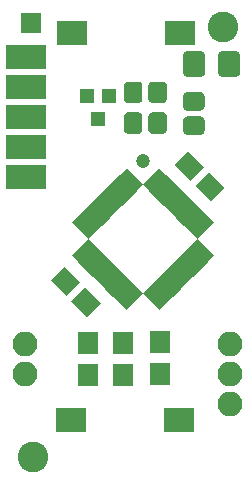
<source format=gts>
G04 #@! TF.GenerationSoftware,KiCad,Pcbnew,(5.1.2)-2*
G04 #@! TF.CreationDate,2019-11-24T13:14:51+01:00*
G04 #@! TF.ProjectId,HM-LC-SW1-BA-PCB_mini_MAX1724,484d2d4c-432d-4535-9731-2d42412d5043,rev?*
G04 #@! TF.SameCoordinates,Original*
G04 #@! TF.FileFunction,Soldermask,Top*
G04 #@! TF.FilePolarity,Negative*
%FSLAX46Y46*%
G04 Gerber Fmt 4.6, Leading zero omitted, Abs format (unit mm)*
G04 Created by KiCad (PCBNEW (5.1.2)-2) date 2019-11-24 13:14:51*
%MOMM*%
%LPD*%
G04 APERTURE LIST*
%ADD10O,2.100000X2.100000*%
%ADD11C,1.200000*%
%ADD12C,0.100000*%
%ADD13C,1.550000*%
%ADD14R,1.200000X1.300000*%
%ADD15C,1.825000*%
%ADD16R,3.400000X2.100000*%
%ADD17C,0.950000*%
%ADD18R,2.580000X2.000000*%
%ADD19C,1.650000*%
%ADD20R,1.700000X1.900000*%
%ADD21C,2.600000*%
%ADD22R,1.750000X1.750000*%
G04 APERTURE END LIST*
D10*
X188658500Y-118681500D03*
X188658500Y-116141500D03*
X188658500Y-113601500D03*
D11*
X181300000Y-98100000D03*
D10*
X171300000Y-116140000D03*
X171300000Y-113600000D03*
D12*
G36*
X180946071Y-91401623D02*
G01*
X180978781Y-91406475D01*
X181010857Y-91414509D01*
X181041991Y-91425649D01*
X181071884Y-91439787D01*
X181100247Y-91456787D01*
X181126807Y-91476485D01*
X181151308Y-91498692D01*
X181173515Y-91523193D01*
X181193213Y-91549753D01*
X181210213Y-91578116D01*
X181224351Y-91608009D01*
X181235491Y-91639143D01*
X181243525Y-91671219D01*
X181248377Y-91703929D01*
X181250000Y-91736956D01*
X181250000Y-92863044D01*
X181248377Y-92896071D01*
X181243525Y-92928781D01*
X181235491Y-92960857D01*
X181224351Y-92991991D01*
X181210213Y-93021884D01*
X181193213Y-93050247D01*
X181173515Y-93076807D01*
X181151308Y-93101308D01*
X181126807Y-93123515D01*
X181100247Y-93143213D01*
X181071884Y-93160213D01*
X181041991Y-93174351D01*
X181010857Y-93185491D01*
X180978781Y-93193525D01*
X180946071Y-93198377D01*
X180913044Y-93200000D01*
X180036956Y-93200000D01*
X180003929Y-93198377D01*
X179971219Y-93193525D01*
X179939143Y-93185491D01*
X179908009Y-93174351D01*
X179878116Y-93160213D01*
X179849753Y-93143213D01*
X179823193Y-93123515D01*
X179798692Y-93101308D01*
X179776485Y-93076807D01*
X179756787Y-93050247D01*
X179739787Y-93021884D01*
X179725649Y-92991991D01*
X179714509Y-92960857D01*
X179706475Y-92928781D01*
X179701623Y-92896071D01*
X179700000Y-92863044D01*
X179700000Y-91736956D01*
X179701623Y-91703929D01*
X179706475Y-91671219D01*
X179714509Y-91639143D01*
X179725649Y-91608009D01*
X179739787Y-91578116D01*
X179756787Y-91549753D01*
X179776485Y-91523193D01*
X179798692Y-91498692D01*
X179823193Y-91476485D01*
X179849753Y-91456787D01*
X179878116Y-91439787D01*
X179908009Y-91425649D01*
X179939143Y-91414509D01*
X179971219Y-91406475D01*
X180003929Y-91401623D01*
X180036956Y-91400000D01*
X180913044Y-91400000D01*
X180946071Y-91401623D01*
X180946071Y-91401623D01*
G37*
D13*
X180475000Y-92300000D03*
D12*
G36*
X182996071Y-91401623D02*
G01*
X183028781Y-91406475D01*
X183060857Y-91414509D01*
X183091991Y-91425649D01*
X183121884Y-91439787D01*
X183150247Y-91456787D01*
X183176807Y-91476485D01*
X183201308Y-91498692D01*
X183223515Y-91523193D01*
X183243213Y-91549753D01*
X183260213Y-91578116D01*
X183274351Y-91608009D01*
X183285491Y-91639143D01*
X183293525Y-91671219D01*
X183298377Y-91703929D01*
X183300000Y-91736956D01*
X183300000Y-92863044D01*
X183298377Y-92896071D01*
X183293525Y-92928781D01*
X183285491Y-92960857D01*
X183274351Y-92991991D01*
X183260213Y-93021884D01*
X183243213Y-93050247D01*
X183223515Y-93076807D01*
X183201308Y-93101308D01*
X183176807Y-93123515D01*
X183150247Y-93143213D01*
X183121884Y-93160213D01*
X183091991Y-93174351D01*
X183060857Y-93185491D01*
X183028781Y-93193525D01*
X182996071Y-93198377D01*
X182963044Y-93200000D01*
X182086956Y-93200000D01*
X182053929Y-93198377D01*
X182021219Y-93193525D01*
X181989143Y-93185491D01*
X181958009Y-93174351D01*
X181928116Y-93160213D01*
X181899753Y-93143213D01*
X181873193Y-93123515D01*
X181848692Y-93101308D01*
X181826485Y-93076807D01*
X181806787Y-93050247D01*
X181789787Y-93021884D01*
X181775649Y-92991991D01*
X181764509Y-92960857D01*
X181756475Y-92928781D01*
X181751623Y-92896071D01*
X181750000Y-92863044D01*
X181750000Y-91736956D01*
X181751623Y-91703929D01*
X181756475Y-91671219D01*
X181764509Y-91639143D01*
X181775649Y-91608009D01*
X181789787Y-91578116D01*
X181806787Y-91549753D01*
X181826485Y-91523193D01*
X181848692Y-91498692D01*
X181873193Y-91476485D01*
X181899753Y-91456787D01*
X181928116Y-91439787D01*
X181958009Y-91425649D01*
X181989143Y-91414509D01*
X182021219Y-91406475D01*
X182053929Y-91401623D01*
X182086956Y-91400000D01*
X182963044Y-91400000D01*
X182996071Y-91401623D01*
X182996071Y-91401623D01*
G37*
D13*
X182525000Y-92300000D03*
D12*
G36*
X182996071Y-94001623D02*
G01*
X183028781Y-94006475D01*
X183060857Y-94014509D01*
X183091991Y-94025649D01*
X183121884Y-94039787D01*
X183150247Y-94056787D01*
X183176807Y-94076485D01*
X183201308Y-94098692D01*
X183223515Y-94123193D01*
X183243213Y-94149753D01*
X183260213Y-94178116D01*
X183274351Y-94208009D01*
X183285491Y-94239143D01*
X183293525Y-94271219D01*
X183298377Y-94303929D01*
X183300000Y-94336956D01*
X183300000Y-95463044D01*
X183298377Y-95496071D01*
X183293525Y-95528781D01*
X183285491Y-95560857D01*
X183274351Y-95591991D01*
X183260213Y-95621884D01*
X183243213Y-95650247D01*
X183223515Y-95676807D01*
X183201308Y-95701308D01*
X183176807Y-95723515D01*
X183150247Y-95743213D01*
X183121884Y-95760213D01*
X183091991Y-95774351D01*
X183060857Y-95785491D01*
X183028781Y-95793525D01*
X182996071Y-95798377D01*
X182963044Y-95800000D01*
X182086956Y-95800000D01*
X182053929Y-95798377D01*
X182021219Y-95793525D01*
X181989143Y-95785491D01*
X181958009Y-95774351D01*
X181928116Y-95760213D01*
X181899753Y-95743213D01*
X181873193Y-95723515D01*
X181848692Y-95701308D01*
X181826485Y-95676807D01*
X181806787Y-95650247D01*
X181789787Y-95621884D01*
X181775649Y-95591991D01*
X181764509Y-95560857D01*
X181756475Y-95528781D01*
X181751623Y-95496071D01*
X181750000Y-95463044D01*
X181750000Y-94336956D01*
X181751623Y-94303929D01*
X181756475Y-94271219D01*
X181764509Y-94239143D01*
X181775649Y-94208009D01*
X181789787Y-94178116D01*
X181806787Y-94149753D01*
X181826485Y-94123193D01*
X181848692Y-94098692D01*
X181873193Y-94076485D01*
X181899753Y-94056787D01*
X181928116Y-94039787D01*
X181958009Y-94025649D01*
X181989143Y-94014509D01*
X182021219Y-94006475D01*
X182053929Y-94001623D01*
X182086956Y-94000000D01*
X182963044Y-94000000D01*
X182996071Y-94001623D01*
X182996071Y-94001623D01*
G37*
D13*
X182525000Y-94900000D03*
D12*
G36*
X180946071Y-94001623D02*
G01*
X180978781Y-94006475D01*
X181010857Y-94014509D01*
X181041991Y-94025649D01*
X181071884Y-94039787D01*
X181100247Y-94056787D01*
X181126807Y-94076485D01*
X181151308Y-94098692D01*
X181173515Y-94123193D01*
X181193213Y-94149753D01*
X181210213Y-94178116D01*
X181224351Y-94208009D01*
X181235491Y-94239143D01*
X181243525Y-94271219D01*
X181248377Y-94303929D01*
X181250000Y-94336956D01*
X181250000Y-95463044D01*
X181248377Y-95496071D01*
X181243525Y-95528781D01*
X181235491Y-95560857D01*
X181224351Y-95591991D01*
X181210213Y-95621884D01*
X181193213Y-95650247D01*
X181173515Y-95676807D01*
X181151308Y-95701308D01*
X181126807Y-95723515D01*
X181100247Y-95743213D01*
X181071884Y-95760213D01*
X181041991Y-95774351D01*
X181010857Y-95785491D01*
X180978781Y-95793525D01*
X180946071Y-95798377D01*
X180913044Y-95800000D01*
X180036956Y-95800000D01*
X180003929Y-95798377D01*
X179971219Y-95793525D01*
X179939143Y-95785491D01*
X179908009Y-95774351D01*
X179878116Y-95760213D01*
X179849753Y-95743213D01*
X179823193Y-95723515D01*
X179798692Y-95701308D01*
X179776485Y-95676807D01*
X179756787Y-95650247D01*
X179739787Y-95621884D01*
X179725649Y-95591991D01*
X179714509Y-95560857D01*
X179706475Y-95528781D01*
X179701623Y-95496071D01*
X179700000Y-95463044D01*
X179700000Y-94336956D01*
X179701623Y-94303929D01*
X179706475Y-94271219D01*
X179714509Y-94239143D01*
X179725649Y-94208009D01*
X179739787Y-94178116D01*
X179756787Y-94149753D01*
X179776485Y-94123193D01*
X179798692Y-94098692D01*
X179823193Y-94076485D01*
X179849753Y-94056787D01*
X179878116Y-94039787D01*
X179908009Y-94025649D01*
X179939143Y-94014509D01*
X179971219Y-94006475D01*
X180003929Y-94001623D01*
X180036956Y-94000000D01*
X180913044Y-94000000D01*
X180946071Y-94001623D01*
X180946071Y-94001623D01*
G37*
D13*
X180475000Y-94900000D03*
D14*
X177500000Y-94600000D03*
X176550000Y-92600000D03*
X178450000Y-92600000D03*
D12*
G36*
X186196071Y-94351623D02*
G01*
X186228781Y-94356475D01*
X186260857Y-94364509D01*
X186291991Y-94375649D01*
X186321884Y-94389787D01*
X186350247Y-94406787D01*
X186376807Y-94426485D01*
X186401308Y-94448692D01*
X186423515Y-94473193D01*
X186443213Y-94499753D01*
X186460213Y-94528116D01*
X186474351Y-94558009D01*
X186485491Y-94589143D01*
X186493525Y-94621219D01*
X186498377Y-94653929D01*
X186500000Y-94686956D01*
X186500000Y-95563044D01*
X186498377Y-95596071D01*
X186493525Y-95628781D01*
X186485491Y-95660857D01*
X186474351Y-95691991D01*
X186460213Y-95721884D01*
X186443213Y-95750247D01*
X186423515Y-95776807D01*
X186401308Y-95801308D01*
X186376807Y-95823515D01*
X186350247Y-95843213D01*
X186321884Y-95860213D01*
X186291991Y-95874351D01*
X186260857Y-95885491D01*
X186228781Y-95893525D01*
X186196071Y-95898377D01*
X186163044Y-95900000D01*
X185036956Y-95900000D01*
X185003929Y-95898377D01*
X184971219Y-95893525D01*
X184939143Y-95885491D01*
X184908009Y-95874351D01*
X184878116Y-95860213D01*
X184849753Y-95843213D01*
X184823193Y-95823515D01*
X184798692Y-95801308D01*
X184776485Y-95776807D01*
X184756787Y-95750247D01*
X184739787Y-95721884D01*
X184725649Y-95691991D01*
X184714509Y-95660857D01*
X184706475Y-95628781D01*
X184701623Y-95596071D01*
X184700000Y-95563044D01*
X184700000Y-94686956D01*
X184701623Y-94653929D01*
X184706475Y-94621219D01*
X184714509Y-94589143D01*
X184725649Y-94558009D01*
X184739787Y-94528116D01*
X184756787Y-94499753D01*
X184776485Y-94473193D01*
X184798692Y-94448692D01*
X184823193Y-94426485D01*
X184849753Y-94406787D01*
X184878116Y-94389787D01*
X184908009Y-94375649D01*
X184939143Y-94364509D01*
X184971219Y-94356475D01*
X185003929Y-94351623D01*
X185036956Y-94350000D01*
X186163044Y-94350000D01*
X186196071Y-94351623D01*
X186196071Y-94351623D01*
G37*
D13*
X185600000Y-95125000D03*
D12*
G36*
X186196071Y-92301623D02*
G01*
X186228781Y-92306475D01*
X186260857Y-92314509D01*
X186291991Y-92325649D01*
X186321884Y-92339787D01*
X186350247Y-92356787D01*
X186376807Y-92376485D01*
X186401308Y-92398692D01*
X186423515Y-92423193D01*
X186443213Y-92449753D01*
X186460213Y-92478116D01*
X186474351Y-92508009D01*
X186485491Y-92539143D01*
X186493525Y-92571219D01*
X186498377Y-92603929D01*
X186500000Y-92636956D01*
X186500000Y-93513044D01*
X186498377Y-93546071D01*
X186493525Y-93578781D01*
X186485491Y-93610857D01*
X186474351Y-93641991D01*
X186460213Y-93671884D01*
X186443213Y-93700247D01*
X186423515Y-93726807D01*
X186401308Y-93751308D01*
X186376807Y-93773515D01*
X186350247Y-93793213D01*
X186321884Y-93810213D01*
X186291991Y-93824351D01*
X186260857Y-93835491D01*
X186228781Y-93843525D01*
X186196071Y-93848377D01*
X186163044Y-93850000D01*
X185036956Y-93850000D01*
X185003929Y-93848377D01*
X184971219Y-93843525D01*
X184939143Y-93835491D01*
X184908009Y-93824351D01*
X184878116Y-93810213D01*
X184849753Y-93793213D01*
X184823193Y-93773515D01*
X184798692Y-93751308D01*
X184776485Y-93726807D01*
X184756787Y-93700247D01*
X184739787Y-93671884D01*
X184725649Y-93641991D01*
X184714509Y-93610857D01*
X184706475Y-93578781D01*
X184701623Y-93546071D01*
X184700000Y-93513044D01*
X184700000Y-92636956D01*
X184701623Y-92603929D01*
X184706475Y-92571219D01*
X184714509Y-92539143D01*
X184725649Y-92508009D01*
X184739787Y-92478116D01*
X184756787Y-92449753D01*
X184776485Y-92423193D01*
X184798692Y-92398692D01*
X184823193Y-92376485D01*
X184849753Y-92356787D01*
X184878116Y-92339787D01*
X184908009Y-92325649D01*
X184939143Y-92314509D01*
X184971219Y-92306475D01*
X185003929Y-92301623D01*
X185036956Y-92300000D01*
X186163044Y-92300000D01*
X186196071Y-92301623D01*
X186196071Y-92301623D01*
G37*
D13*
X185600000Y-93075000D03*
D12*
G36*
X186236207Y-88826542D02*
G01*
X186267287Y-88831152D01*
X186297766Y-88838787D01*
X186327350Y-88849372D01*
X186355754Y-88862806D01*
X186382704Y-88878959D01*
X186407942Y-88897677D01*
X186431223Y-88918777D01*
X186452323Y-88942058D01*
X186471041Y-88967296D01*
X186487194Y-88994246D01*
X186500628Y-89022650D01*
X186511213Y-89052234D01*
X186518848Y-89082713D01*
X186523458Y-89113793D01*
X186525000Y-89145176D01*
X186525000Y-90654824D01*
X186523458Y-90686207D01*
X186518848Y-90717287D01*
X186511213Y-90747766D01*
X186500628Y-90777350D01*
X186487194Y-90805754D01*
X186471041Y-90832704D01*
X186452323Y-90857942D01*
X186431223Y-90881223D01*
X186407942Y-90902323D01*
X186382704Y-90921041D01*
X186355754Y-90937194D01*
X186327350Y-90950628D01*
X186297766Y-90961213D01*
X186267287Y-90968848D01*
X186236207Y-90973458D01*
X186204824Y-90975000D01*
X185020176Y-90975000D01*
X184988793Y-90973458D01*
X184957713Y-90968848D01*
X184927234Y-90961213D01*
X184897650Y-90950628D01*
X184869246Y-90937194D01*
X184842296Y-90921041D01*
X184817058Y-90902323D01*
X184793777Y-90881223D01*
X184772677Y-90857942D01*
X184753959Y-90832704D01*
X184737806Y-90805754D01*
X184724372Y-90777350D01*
X184713787Y-90747766D01*
X184706152Y-90717287D01*
X184701542Y-90686207D01*
X184700000Y-90654824D01*
X184700000Y-89145176D01*
X184701542Y-89113793D01*
X184706152Y-89082713D01*
X184713787Y-89052234D01*
X184724372Y-89022650D01*
X184737806Y-88994246D01*
X184753959Y-88967296D01*
X184772677Y-88942058D01*
X184793777Y-88918777D01*
X184817058Y-88897677D01*
X184842296Y-88878959D01*
X184869246Y-88862806D01*
X184897650Y-88849372D01*
X184927234Y-88838787D01*
X184957713Y-88831152D01*
X184988793Y-88826542D01*
X185020176Y-88825000D01*
X186204824Y-88825000D01*
X186236207Y-88826542D01*
X186236207Y-88826542D01*
G37*
D15*
X185612500Y-89900000D03*
D12*
G36*
X189211207Y-88826542D02*
G01*
X189242287Y-88831152D01*
X189272766Y-88838787D01*
X189302350Y-88849372D01*
X189330754Y-88862806D01*
X189357704Y-88878959D01*
X189382942Y-88897677D01*
X189406223Y-88918777D01*
X189427323Y-88942058D01*
X189446041Y-88967296D01*
X189462194Y-88994246D01*
X189475628Y-89022650D01*
X189486213Y-89052234D01*
X189493848Y-89082713D01*
X189498458Y-89113793D01*
X189500000Y-89145176D01*
X189500000Y-90654824D01*
X189498458Y-90686207D01*
X189493848Y-90717287D01*
X189486213Y-90747766D01*
X189475628Y-90777350D01*
X189462194Y-90805754D01*
X189446041Y-90832704D01*
X189427323Y-90857942D01*
X189406223Y-90881223D01*
X189382942Y-90902323D01*
X189357704Y-90921041D01*
X189330754Y-90937194D01*
X189302350Y-90950628D01*
X189272766Y-90961213D01*
X189242287Y-90968848D01*
X189211207Y-90973458D01*
X189179824Y-90975000D01*
X187995176Y-90975000D01*
X187963793Y-90973458D01*
X187932713Y-90968848D01*
X187902234Y-90961213D01*
X187872650Y-90950628D01*
X187844246Y-90937194D01*
X187817296Y-90921041D01*
X187792058Y-90902323D01*
X187768777Y-90881223D01*
X187747677Y-90857942D01*
X187728959Y-90832704D01*
X187712806Y-90805754D01*
X187699372Y-90777350D01*
X187688787Y-90747766D01*
X187681152Y-90717287D01*
X187676542Y-90686207D01*
X187675000Y-90654824D01*
X187675000Y-89145176D01*
X187676542Y-89113793D01*
X187681152Y-89082713D01*
X187688787Y-89052234D01*
X187699372Y-89022650D01*
X187712806Y-88994246D01*
X187728959Y-88967296D01*
X187747677Y-88942058D01*
X187768777Y-88918777D01*
X187792058Y-88897677D01*
X187817296Y-88878959D01*
X187844246Y-88862806D01*
X187872650Y-88849372D01*
X187902234Y-88838787D01*
X187932713Y-88831152D01*
X187963793Y-88826542D01*
X187995176Y-88825000D01*
X189179824Y-88825000D01*
X189211207Y-88826542D01*
X189211207Y-88826542D01*
G37*
D15*
X188587500Y-89900000D03*
D16*
X171410500Y-89281000D03*
X171410500Y-94361000D03*
X171410500Y-99441000D03*
X171386500Y-91821000D03*
X171386500Y-96901000D03*
D17*
X186277603Y-103686195D03*
D12*
G36*
X186648834Y-102643212D02*
G01*
X187320586Y-103314964D01*
X185906372Y-104729178D01*
X185234620Y-104057426D01*
X186648834Y-102643212D01*
X186648834Y-102643212D01*
G37*
D17*
X185711917Y-103120510D03*
D12*
G36*
X186083148Y-102077527D02*
G01*
X186754900Y-102749279D01*
X185340686Y-104163493D01*
X184668934Y-103491741D01*
X186083148Y-102077527D01*
X186083148Y-102077527D01*
G37*
D17*
X185146232Y-102554824D03*
D12*
G36*
X185517463Y-101511841D02*
G01*
X186189215Y-102183593D01*
X184775001Y-103597807D01*
X184103249Y-102926055D01*
X185517463Y-101511841D01*
X185517463Y-101511841D01*
G37*
D17*
X184580547Y-101989139D03*
D12*
G36*
X184951778Y-100946156D02*
G01*
X185623530Y-101617908D01*
X184209316Y-103032122D01*
X183537564Y-102360370D01*
X184951778Y-100946156D01*
X184951778Y-100946156D01*
G37*
D17*
X184014861Y-101423453D03*
D12*
G36*
X184386092Y-100380470D02*
G01*
X185057844Y-101052222D01*
X183643630Y-102466436D01*
X182971878Y-101794684D01*
X184386092Y-100380470D01*
X184386092Y-100380470D01*
G37*
D17*
X183449176Y-100857768D03*
D12*
G36*
X183820407Y-99814785D02*
G01*
X184492159Y-100486537D01*
X183077945Y-101900751D01*
X182406193Y-101228999D01*
X183820407Y-99814785D01*
X183820407Y-99814785D01*
G37*
D17*
X182883490Y-100292083D03*
D12*
G36*
X183254721Y-99249100D02*
G01*
X183926473Y-99920852D01*
X182512259Y-101335066D01*
X181840507Y-100663314D01*
X183254721Y-99249100D01*
X183254721Y-99249100D01*
G37*
D17*
X182317805Y-99726397D03*
D12*
G36*
X182689036Y-98683414D02*
G01*
X183360788Y-99355166D01*
X181946574Y-100769380D01*
X181274822Y-100097628D01*
X182689036Y-98683414D01*
X182689036Y-98683414D01*
G37*
D17*
X180267195Y-99726397D03*
D12*
G36*
X179224212Y-99355166D02*
G01*
X179895964Y-98683414D01*
X181310178Y-100097628D01*
X180638426Y-100769380D01*
X179224212Y-99355166D01*
X179224212Y-99355166D01*
G37*
D17*
X179701510Y-100292083D03*
D12*
G36*
X178658527Y-99920852D02*
G01*
X179330279Y-99249100D01*
X180744493Y-100663314D01*
X180072741Y-101335066D01*
X178658527Y-99920852D01*
X178658527Y-99920852D01*
G37*
D17*
X179135824Y-100857768D03*
D12*
G36*
X178092841Y-100486537D02*
G01*
X178764593Y-99814785D01*
X180178807Y-101228999D01*
X179507055Y-101900751D01*
X178092841Y-100486537D01*
X178092841Y-100486537D01*
G37*
D17*
X178570139Y-101423453D03*
D12*
G36*
X177527156Y-101052222D02*
G01*
X178198908Y-100380470D01*
X179613122Y-101794684D01*
X178941370Y-102466436D01*
X177527156Y-101052222D01*
X177527156Y-101052222D01*
G37*
D17*
X178004453Y-101989139D03*
D12*
G36*
X176961470Y-101617908D02*
G01*
X177633222Y-100946156D01*
X179047436Y-102360370D01*
X178375684Y-103032122D01*
X176961470Y-101617908D01*
X176961470Y-101617908D01*
G37*
D17*
X177438768Y-102554824D03*
D12*
G36*
X176395785Y-102183593D02*
G01*
X177067537Y-101511841D01*
X178481751Y-102926055D01*
X177809999Y-103597807D01*
X176395785Y-102183593D01*
X176395785Y-102183593D01*
G37*
D17*
X176873083Y-103120510D03*
D12*
G36*
X175830100Y-102749279D02*
G01*
X176501852Y-102077527D01*
X177916066Y-103491741D01*
X177244314Y-104163493D01*
X175830100Y-102749279D01*
X175830100Y-102749279D01*
G37*
D17*
X176307397Y-103686195D03*
D12*
G36*
X175264414Y-103314964D02*
G01*
X175936166Y-102643212D01*
X177350380Y-104057426D01*
X176678628Y-104729178D01*
X175264414Y-103314964D01*
X175264414Y-103314964D01*
G37*
D17*
X176307397Y-105736805D03*
D12*
G36*
X176678628Y-104693822D02*
G01*
X177350380Y-105365574D01*
X175936166Y-106779788D01*
X175264414Y-106108036D01*
X176678628Y-104693822D01*
X176678628Y-104693822D01*
G37*
D17*
X176873083Y-106302490D03*
D12*
G36*
X177244314Y-105259507D02*
G01*
X177916066Y-105931259D01*
X176501852Y-107345473D01*
X175830100Y-106673721D01*
X177244314Y-105259507D01*
X177244314Y-105259507D01*
G37*
D17*
X177438768Y-106868176D03*
D12*
G36*
X177809999Y-105825193D02*
G01*
X178481751Y-106496945D01*
X177067537Y-107911159D01*
X176395785Y-107239407D01*
X177809999Y-105825193D01*
X177809999Y-105825193D01*
G37*
D17*
X178004453Y-107433861D03*
D12*
G36*
X178375684Y-106390878D02*
G01*
X179047436Y-107062630D01*
X177633222Y-108476844D01*
X176961470Y-107805092D01*
X178375684Y-106390878D01*
X178375684Y-106390878D01*
G37*
D17*
X178570139Y-107999547D03*
D12*
G36*
X178941370Y-106956564D02*
G01*
X179613122Y-107628316D01*
X178198908Y-109042530D01*
X177527156Y-108370778D01*
X178941370Y-106956564D01*
X178941370Y-106956564D01*
G37*
D17*
X179135824Y-108565232D03*
D12*
G36*
X179507055Y-107522249D02*
G01*
X180178807Y-108194001D01*
X178764593Y-109608215D01*
X178092841Y-108936463D01*
X179507055Y-107522249D01*
X179507055Y-107522249D01*
G37*
D17*
X179701510Y-109130917D03*
D12*
G36*
X180072741Y-108087934D02*
G01*
X180744493Y-108759686D01*
X179330279Y-110173900D01*
X178658527Y-109502148D01*
X180072741Y-108087934D01*
X180072741Y-108087934D01*
G37*
D17*
X180267195Y-109696603D03*
D12*
G36*
X180638426Y-108653620D02*
G01*
X181310178Y-109325372D01*
X179895964Y-110739586D01*
X179224212Y-110067834D01*
X180638426Y-108653620D01*
X180638426Y-108653620D01*
G37*
D17*
X182317805Y-109696603D03*
D12*
G36*
X181274822Y-109325372D02*
G01*
X181946574Y-108653620D01*
X183360788Y-110067834D01*
X182689036Y-110739586D01*
X181274822Y-109325372D01*
X181274822Y-109325372D01*
G37*
D17*
X182883490Y-109130917D03*
D12*
G36*
X181840507Y-108759686D02*
G01*
X182512259Y-108087934D01*
X183926473Y-109502148D01*
X183254721Y-110173900D01*
X181840507Y-108759686D01*
X181840507Y-108759686D01*
G37*
D17*
X183449176Y-108565232D03*
D12*
G36*
X182406193Y-108194001D02*
G01*
X183077945Y-107522249D01*
X184492159Y-108936463D01*
X183820407Y-109608215D01*
X182406193Y-108194001D01*
X182406193Y-108194001D01*
G37*
D17*
X184014861Y-107999547D03*
D12*
G36*
X182971878Y-107628316D02*
G01*
X183643630Y-106956564D01*
X185057844Y-108370778D01*
X184386092Y-109042530D01*
X182971878Y-107628316D01*
X182971878Y-107628316D01*
G37*
D17*
X184580547Y-107433861D03*
D12*
G36*
X183537564Y-107062630D02*
G01*
X184209316Y-106390878D01*
X185623530Y-107805092D01*
X184951778Y-108476844D01*
X183537564Y-107062630D01*
X183537564Y-107062630D01*
G37*
D17*
X185146232Y-106868176D03*
D12*
G36*
X184103249Y-106496945D02*
G01*
X184775001Y-105825193D01*
X186189215Y-107239407D01*
X185517463Y-107911159D01*
X184103249Y-106496945D01*
X184103249Y-106496945D01*
G37*
D17*
X185711917Y-106302490D03*
D12*
G36*
X184668934Y-105931259D02*
G01*
X185340686Y-105259507D01*
X186754900Y-106673721D01*
X186083148Y-107345473D01*
X184668934Y-105931259D01*
X184668934Y-105931259D01*
G37*
D17*
X186277603Y-105736805D03*
D12*
G36*
X185234620Y-105365574D02*
G01*
X185906372Y-104693822D01*
X187320586Y-106108036D01*
X186648834Y-106779788D01*
X185234620Y-105365574D01*
X185234620Y-105365574D01*
G37*
D18*
X175178500Y-120015000D03*
X184358500Y-120015000D03*
X175242000Y-87249000D03*
X184422000Y-87249000D03*
D19*
X185216117Y-98516117D03*
D12*
G36*
X183961002Y-98427729D02*
G01*
X185127729Y-97261002D01*
X186471232Y-98604505D01*
X185304505Y-99771232D01*
X183961002Y-98427729D01*
X183961002Y-98427729D01*
G37*
D19*
X186983883Y-100283883D03*
D12*
G36*
X185728768Y-100195495D02*
G01*
X186895495Y-99028768D01*
X188238998Y-100372271D01*
X187072271Y-101538998D01*
X185728768Y-100195495D01*
X185728768Y-100195495D01*
G37*
D20*
X182753000Y-113483400D03*
X182753000Y-116183400D03*
D21*
X188087000Y-86741000D03*
X171958000Y-123190000D03*
D22*
X171831000Y-86423500D03*
D20*
X179578000Y-113521500D03*
X179578000Y-116221500D03*
D19*
X174716117Y-108316117D03*
D12*
G36*
X173461002Y-108227729D02*
G01*
X174627729Y-107061002D01*
X175971232Y-108404505D01*
X174804505Y-109571232D01*
X173461002Y-108227729D01*
X173461002Y-108227729D01*
G37*
D19*
X176483883Y-110083883D03*
D12*
G36*
X175228768Y-109995495D02*
G01*
X176395495Y-108828768D01*
X177738998Y-110172271D01*
X176572271Y-111338998D01*
X175228768Y-109995495D01*
X175228768Y-109995495D01*
G37*
D20*
X176606200Y-116230400D03*
X176606200Y-113530400D03*
M02*

</source>
